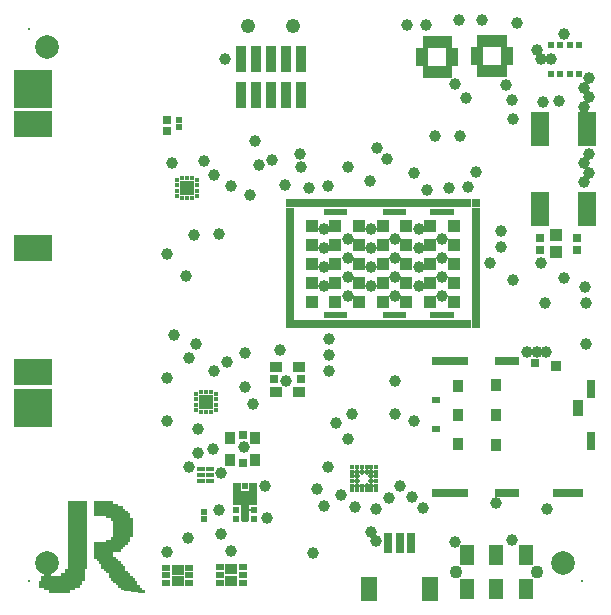
<source format=gbr>
%TF.GenerationSoftware,Altium Limited,Altium Designer,20.1.11 (218)*%
G04 Layer_Color=8388736*
%FSLAX45Y45*%
%MOMM*%
%TF.SameCoordinates,A720D921-2E1A-4B1E-B03F-C1F3B01285F1*%
%TF.FilePolarity,Negative*%
%TF.FileFunction,Soldermask,Top*%
%TF.Part,Single*%
G01*
G75*
%TA.AperFunction,SMDPad,CuDef*%
%ADD13C,2.00000*%
%ADD91R,0.50320X0.47320*%
%ADD93R,0.70320X0.80320*%
%ADD98R,0.75320X0.80320*%
%TA.AperFunction,ComponentPad*%
%ADD101C,1.10320*%
%TA.AperFunction,WasherPad*%
%ADD102C,0.10040*%
%ADD103C,0.20320*%
%TA.AperFunction,ComponentPad*%
%ADD104C,1.22320*%
%TA.AperFunction,ViaPad*%
%ADD105C,1.00320*%
%ADD106C,0.70320*%
%ADD107C,0.50320*%
%ADD108C,0.50400*%
%TA.AperFunction,NonConductor*%
%ADD141R,1.20000X1.23800*%
%ADD142R,0.64999X1.88803*%
%ADD143R,0.73005X2.58003*%
%ADD144R,0.47503X0.23002*%
%ADD145R,0.65004X1.88803*%
%TA.AperFunction,BGAPad,CuDef*%
%ADD146R,0.60320X0.60320*%
%TA.AperFunction,ConnectorPad*%
%ADD147R,1.20320X1.80320*%
%TA.AperFunction,BGAPad,CuDef*%
%ADD148R,0.55320X0.55320*%
%ADD149R,1.00320X1.00320*%
%TA.AperFunction,SMDPad,CuDef*%
%ADD150R,0.50320X0.74320*%
%ADD151R,0.74320X0.74320*%
%ADD152R,0.74320X0.50320*%
%TA.AperFunction,BGAPad,CuDef*%
%ADD153R,0.50320X0.50320*%
%TA.AperFunction,SMDPad,CuDef*%
%ADD154R,3.10320X0.65320*%
%ADD155R,2.10320X0.65320*%
%ADD156R,2.60320X0.65320*%
%ADD157R,0.85320X1.40320*%
%ADD158R,0.70320X1.60320*%
%ADD159R,0.90320X0.95320*%
%ADD160R,0.80320X0.80320*%
%ADD161R,0.80320X0.50320*%
%ADD162R,0.90320X1.10320*%
%TA.AperFunction,BGAPad,CuDef*%
%ADD163C,0.41320*%
%TA.AperFunction,SMDPad,CuDef*%
%ADD164R,1.40320X2.00320*%
%ADD165R,0.80320X1.75320*%
%ADD166R,0.78320X0.70320*%
%ADD167R,1.00320X0.95320*%
%ADD168R,1.60320X2.95320*%
%ADD169R,1.59320X2.95320*%
%ADD170R,1.00320X1.00320*%
%ADD171R,1.00320X0.50320*%
%ADD172R,0.50320X1.12820*%
%ADD173R,0.72820X0.45320*%
%ADD174R,0.70320X0.78320*%
%ADD175R,0.95320X1.00320*%
%ADD176R,1.20320X1.20320*%
%ADD177R,0.45320X0.43320*%
%ADD178R,0.43320X0.45320*%
%ADD179R,3.20320X3.20320*%
%ADD180R,3.20320X2.20320*%
%ADD181R,0.75320X0.62320*%
%ADD182R,1.12320X0.91320*%
%TA.AperFunction,ConnectorPad*%
%ADD183R,0.96320X2.23320*%
G36*
X652560Y817360D02*
Y797040D01*
Y776720D01*
Y756400D01*
Y736080D01*
Y715760D01*
Y695440D01*
Y675120D01*
Y654800D01*
Y634480D01*
Y614160D01*
Y593840D01*
Y573520D01*
Y553200D01*
Y532880D01*
Y512560D01*
Y492240D01*
Y471920D01*
Y451600D01*
Y431280D01*
Y410960D01*
Y390640D01*
Y370320D01*
Y350000D01*
Y329680D01*
Y309360D01*
Y289040D01*
Y268720D01*
X632240D01*
Y248400D01*
Y228080D01*
Y207760D01*
Y187440D01*
Y167120D01*
X611920D01*
Y146800D01*
Y126480D01*
X591600D01*
Y106160D01*
X550960D01*
Y85840D01*
X510320D01*
Y65520D01*
X327440D01*
Y85840D01*
X286800D01*
Y106160D01*
X246160D01*
Y126480D01*
Y146800D01*
Y167120D01*
X266480D01*
Y187440D01*
Y207760D01*
X286800D01*
Y228080D01*
Y248400D01*
X307120D01*
Y228080D01*
X347760D01*
Y207760D01*
X429040D01*
Y228080D01*
X469680D01*
Y248400D01*
Y268720D01*
X490000D01*
Y289040D01*
Y309360D01*
Y329680D01*
Y350000D01*
Y370320D01*
Y390640D01*
Y410960D01*
Y431280D01*
Y451600D01*
Y471920D01*
Y492240D01*
Y512560D01*
Y532880D01*
Y553200D01*
Y573520D01*
Y593840D01*
Y614160D01*
Y634480D01*
Y654800D01*
Y675120D01*
Y695440D01*
Y715760D01*
Y736080D01*
Y756400D01*
Y776720D01*
Y797040D01*
Y817360D01*
Y837680D01*
X652560D01*
Y817360D01*
D02*
G37*
G36*
X876080D02*
X916720D01*
Y797040D01*
X957360D01*
Y776720D01*
X977680D01*
Y756400D01*
X998000D01*
Y736080D01*
X1018320D01*
Y715760D01*
Y695440D01*
X1038640D01*
Y675120D01*
Y654800D01*
Y634480D01*
Y614160D01*
Y593840D01*
Y573520D01*
Y553200D01*
Y532880D01*
X1018320D01*
Y512560D01*
Y492240D01*
X998000D01*
Y471920D01*
X977680D01*
Y451600D01*
X957360D01*
Y431280D01*
X937040D01*
Y410960D01*
X876080D01*
Y390640D01*
Y370320D01*
X896400D01*
Y350000D01*
X916720D01*
Y329680D01*
X937040D01*
Y309360D01*
X957360D01*
Y289040D01*
X977680D01*
Y268720D01*
Y248400D01*
X998000D01*
Y228080D01*
X1018320D01*
Y207760D01*
X1038640D01*
Y187440D01*
X1058960D01*
Y167120D01*
X1079280D01*
Y146800D01*
Y126480D01*
X1099600D01*
Y106160D01*
X1119920D01*
Y85840D01*
X1140240D01*
Y65520D01*
X1119920D01*
X937040Y85840D01*
Y106160D01*
X916720D01*
Y126480D01*
X896400D01*
Y146800D01*
X876080D01*
Y167120D01*
X855760D01*
Y187440D01*
X835440D01*
Y207760D01*
Y228080D01*
X815120D01*
Y248400D01*
X794800D01*
Y268720D01*
X774480D01*
Y289040D01*
Y309360D01*
X754160D01*
Y329680D01*
X733840D01*
Y350000D01*
X713520D01*
Y370320D01*
Y390640D01*
Y410960D01*
Y431280D01*
Y451600D01*
Y471920D01*
Y492240D01*
X815120D01*
Y512560D01*
X855760D01*
Y532880D01*
X876080D01*
Y553200D01*
Y573520D01*
Y593840D01*
Y614160D01*
Y634480D01*
Y654800D01*
Y675120D01*
X855760D01*
Y695440D01*
X815120D01*
Y715760D01*
X713520D01*
Y736080D01*
Y756400D01*
Y776720D01*
Y797040D01*
Y817360D01*
Y837680D01*
X876080D01*
Y817360D01*
D02*
G37*
D13*
X4685000Y315000D02*
D03*
X315000D02*
D03*
Y4685000D02*
D03*
D91*
X1640000Y690000D02*
D03*
Y746997D02*
D03*
X1430006Y4011493D02*
D03*
Y4068491D02*
D03*
D93*
X1330001Y3970002D02*
D03*
Y4070002D02*
D03*
D98*
X4800003Y2970000D02*
D03*
Y3070000D02*
D03*
X4490000Y2969999D02*
D03*
Y3069999D02*
D03*
D101*
X4459999Y240002D02*
D03*
X3780000D02*
D03*
D102*
X4840000Y4840000D02*
D03*
D103*
X160000Y160000D02*
D03*
Y4840000D02*
D03*
X4840000Y160000D02*
D03*
D104*
X2020000Y4860000D02*
D03*
X2401000D02*
D03*
D105*
X1329126Y409126D02*
D03*
X4200000Y4360000D02*
D03*
X4900009Y4420008D02*
D03*
Y4260008D02*
D03*
X4860009Y3700007D02*
D03*
X3660007Y3060007D02*
D03*
X3460007Y3140007D02*
D03*
Y2660006D02*
D03*
X3060007Y580004D02*
D03*
X3100006Y500004D02*
D03*
X2860006Y2740006D02*
D03*
X2340006Y1860005D02*
D03*
X4900009Y3620007D02*
D03*
X4860009Y4340008D02*
D03*
Y3540007D02*
D03*
X4500008Y4580008D02*
D03*
X4540008Y2100005D02*
D03*
X4460008D02*
D03*
X4380008D02*
D03*
X3660007Y2900006D02*
D03*
X3260007Y3060007D02*
D03*
X3060007Y2980006D02*
D03*
Y2820006D02*
D03*
X3660007Y2740006D02*
D03*
Y2580006D02*
D03*
X3260007Y2740006D02*
D03*
X3060007Y2660006D02*
D03*
X2860006Y2900006D02*
D03*
X2660006Y2660006D02*
D03*
X4249999Y4239999D02*
D03*
X4257934Y4075866D02*
D03*
X3770000Y4370000D02*
D03*
X4900009Y3780007D02*
D03*
X4860009Y4180008D02*
D03*
X3460007Y2980006D02*
D03*
Y2820006D02*
D03*
X3260007Y2900006D02*
D03*
X2860006Y2580006D02*
D03*
X3860000Y4250000D02*
D03*
X4580008Y4580008D02*
D03*
X4460008Y4660008D02*
D03*
X2860006Y3060007D02*
D03*
X2660006Y2980006D02*
D03*
X4510000Y4220000D02*
D03*
X4650000Y4230000D02*
D03*
X4260000Y2710000D02*
D03*
X4158000Y3129377D02*
D03*
Y2990000D02*
D03*
X1580076Y2170000D02*
D03*
X1330000Y1884139D02*
D03*
Y2930000D02*
D03*
X1390000Y2250000D02*
D03*
X1490000Y2750000D02*
D03*
X4689600Y4794600D02*
D03*
X3259999Y1859999D02*
D03*
X3420000Y1520000D02*
D03*
X3260000Y1580000D02*
D03*
X1840400Y2020000D02*
D03*
X1730400Y1940000D02*
D03*
X1991665Y2090000D02*
D03*
X2060000Y1660000D02*
D03*
X2290000Y2120000D02*
D03*
X1520000Y2050000D02*
D03*
X3500000Y780000D02*
D03*
X4120000Y820000D02*
D03*
X3770000Y490000D02*
D03*
X3810000Y3929600D02*
D03*
X3110000Y3830000D02*
D03*
X4880000Y2520000D02*
D03*
X4064527Y2854213D02*
D03*
X3403692Y873692D02*
D03*
X4550000Y770000D02*
D03*
X4250000Y510000D02*
D03*
X1770000Y761909D02*
D03*
X2158291Y967458D02*
D03*
X2180000Y700000D02*
D03*
X1791091Y1081863D02*
D03*
X2800000Y890000D02*
D03*
X3100000Y770000D02*
D03*
X2690000Y1130000D02*
D03*
X2860000Y1370000D02*
D03*
X3950000Y3629600D02*
D03*
X2530000Y3488800D02*
D03*
X3880000Y3499600D02*
D03*
X2660006Y2820006D02*
D03*
X3050000Y3550000D02*
D03*
X2860000Y3670000D02*
D03*
X3720000Y3490000D02*
D03*
X4290000Y4890000D02*
D03*
X3420000Y3620000D02*
D03*
X3190000Y3740400D02*
D03*
X3530000Y3470000D02*
D03*
X2464600Y3665000D02*
D03*
X3600001Y3929998D02*
D03*
X2330000Y3515000D02*
D03*
X2690220Y3509780D02*
D03*
X2219996Y3729993D02*
D03*
X2075000Y3885000D02*
D03*
X4689937Y2730000D02*
D03*
X4869600Y2649998D02*
D03*
X4530000Y2514969D02*
D03*
X2920000Y790000D02*
D03*
X3210400Y870000D02*
D03*
X2460000Y3780000D02*
D03*
X2760000Y1500000D02*
D03*
X2600000Y939998D02*
D03*
X2660000Y800000D02*
D03*
X1990400Y1810000D02*
D03*
X1870000Y3510000D02*
D03*
X1640000Y3719200D02*
D03*
X3260007Y2580006D02*
D03*
X3060007Y3140007D02*
D03*
X2660006D02*
D03*
X1980005Y1300005D02*
D03*
X3360000Y4870000D02*
D03*
X4000000Y4910000D02*
D03*
X3800439Y4909600D02*
D03*
X4495800Y2860000D02*
D03*
X4880000Y2170000D02*
D03*
X2570000Y400000D02*
D03*
X3300000Y970000D02*
D03*
X1520267Y1130330D02*
D03*
X1330000Y1520000D02*
D03*
X1820000Y4580000D02*
D03*
X2900000Y1580000D02*
D03*
X2700000Y2080000D02*
D03*
Y1940000D02*
D03*
Y2210000D02*
D03*
X3524268Y4869600D02*
D03*
X1720000Y1280000D02*
D03*
X1770000Y3100000D02*
D03*
X1559600Y3089600D02*
D03*
X2110001Y3690000D02*
D03*
X2030000Y3430000D02*
D03*
X1730000Y3600000D02*
D03*
X1589606Y1450000D02*
D03*
X1870000Y420000D02*
D03*
X1790000Y560000D02*
D03*
X1510000Y530000D02*
D03*
X1590000Y1250000D02*
D03*
X1370000Y3700000D02*
D03*
D106*
X1660006Y1679993D02*
D03*
X1500000Y3490000D02*
D03*
D107*
X3060000Y970000D02*
D03*
Y1050000D02*
D03*
Y1010000D02*
D03*
X3060002Y1090002D02*
D03*
X3020000Y1090000D02*
D03*
X2940003Y1090002D02*
D03*
X2980000Y1090000D02*
D03*
X2940003Y1010002D02*
D03*
X2940000Y1050000D02*
D03*
X3020000Y970000D02*
D03*
D108*
X2940000D02*
D03*
D141*
X1990002Y864656D02*
D03*
D142*
X2058989Y897094D02*
D03*
D143*
X1990048Y797485D02*
D03*
D144*
X2043749Y761702D02*
D03*
D145*
X1920990Y897097D02*
D03*
D146*
X4820000Y4699998D02*
D03*
X4740000D02*
D03*
X4660001D02*
D03*
X4580001D02*
D03*
Y4459999D02*
D03*
X4660001D02*
D03*
X4740000D02*
D03*
X4820000D02*
D03*
D147*
X4370002Y100002D02*
D03*
X3869998D02*
D03*
X4120000D02*
D03*
Y380002D02*
D03*
X3869998D02*
D03*
X4370002D02*
D03*
D148*
X1989996Y692463D02*
D03*
Y967458D02*
D03*
X2067491Y692463D02*
D03*
Y761662D02*
D03*
Y900062D02*
D03*
Y830862D02*
D03*
Y967458D02*
D03*
X1912495D02*
D03*
Y830862D02*
D03*
Y900062D02*
D03*
Y761662D02*
D03*
Y692463D02*
D03*
D149*
X3757003Y2529996D02*
D03*
Y2689996D02*
D03*
Y3010000D02*
D03*
Y2850001D02*
D03*
Y3170000D02*
D03*
X3557003D02*
D03*
Y2850001D02*
D03*
Y3010000D02*
D03*
Y2689996D02*
D03*
Y2529996D02*
D03*
X3357003D02*
D03*
Y2689996D02*
D03*
Y3010000D02*
D03*
Y2850001D02*
D03*
Y3170000D02*
D03*
X2957004Y2529996D02*
D03*
Y2689996D02*
D03*
Y3010000D02*
D03*
Y2850001D02*
D03*
Y3170000D02*
D03*
X3157004Y2529996D02*
D03*
Y2689996D02*
D03*
Y3010000D02*
D03*
Y2850001D02*
D03*
Y3170000D02*
D03*
X2757005Y2529996D02*
D03*
Y2689996D02*
D03*
Y3010000D02*
D03*
Y2850001D02*
D03*
Y3170000D02*
D03*
X2557000Y2689996D02*
D03*
Y3010000D02*
D03*
Y2850001D02*
D03*
Y3170000D02*
D03*
Y2529996D02*
D03*
D150*
X3882001Y2337998D02*
D03*
X3832004D02*
D03*
X3782001D02*
D03*
X3732004D02*
D03*
X3682002D02*
D03*
X3632004D02*
D03*
X3582002D02*
D03*
X3532004D02*
D03*
X3482002D02*
D03*
X3432005D02*
D03*
X3382002D02*
D03*
X3332005D02*
D03*
X3282002D02*
D03*
X3232005D02*
D03*
X3182003D02*
D03*
X3132000D02*
D03*
X3082003D02*
D03*
X3032000D02*
D03*
X2982003D02*
D03*
X2932000D02*
D03*
X2882003D02*
D03*
X2832001D02*
D03*
X2782003D02*
D03*
X2732001D02*
D03*
X2682004D02*
D03*
X2632001D02*
D03*
X2582004D02*
D03*
X2532001D02*
D03*
X2482004D02*
D03*
X2432001D02*
D03*
X2482004Y3361999D02*
D03*
X2532006D02*
D03*
X2582004D02*
D03*
X2632006D02*
D03*
X2682004D02*
D03*
X2732006D02*
D03*
X2782003D02*
D03*
X2832006D02*
D03*
X2882003D02*
D03*
X2932006D02*
D03*
X2982003D02*
D03*
X3032005D02*
D03*
X3082003D02*
D03*
X3132005D02*
D03*
X3182003D02*
D03*
X3232005D02*
D03*
X3282007D02*
D03*
X3332005D02*
D03*
X3382007D02*
D03*
X3432005D02*
D03*
X3482007D02*
D03*
X3532004D02*
D03*
X3582007D02*
D03*
X3632004D02*
D03*
X3682007D02*
D03*
X3732004D02*
D03*
X3782006D02*
D03*
X3832004D02*
D03*
X3882006D02*
D03*
X2432007D02*
D03*
D151*
X3944003Y2337998D02*
D03*
X2370000D02*
D03*
X3944003Y3361999D02*
D03*
X2370000D02*
D03*
D152*
Y2399999D02*
D03*
Y2449996D02*
D03*
Y2499999D02*
D03*
Y2549996D02*
D03*
Y2599999D02*
D03*
Y2649996D02*
D03*
Y2699998D02*
D03*
Y2749996D02*
D03*
Y2799998D02*
D03*
Y2850001D02*
D03*
Y2899998D02*
D03*
Y3000003D02*
D03*
Y3050000D02*
D03*
Y3100003D02*
D03*
Y3150000D02*
D03*
Y3200002D02*
D03*
Y3250000D02*
D03*
Y3300002D02*
D03*
X3944003Y3249995D02*
D03*
Y3199997D02*
D03*
Y3149995D02*
D03*
Y3099998D02*
D03*
Y3049995D02*
D03*
Y2999998D02*
D03*
Y2949995D02*
D03*
Y2899998D02*
D03*
Y2849996D02*
D03*
Y2799998D02*
D03*
Y2749996D02*
D03*
Y2699993D02*
D03*
Y2649996D02*
D03*
Y2599994D02*
D03*
Y2549996D02*
D03*
Y2499994D02*
D03*
Y2449996D02*
D03*
Y2399994D02*
D03*
X2370000Y2950000D02*
D03*
X3944003Y3299997D02*
D03*
D153*
X3732004Y2415000D02*
D03*
X3632004D02*
D03*
X3682002D02*
D03*
X3582002D02*
D03*
X3182003D02*
D03*
X3282002D02*
D03*
X3232000D02*
D03*
X3332005D02*
D03*
X2832001D02*
D03*
X2682004D02*
D03*
X2782003D02*
D03*
X2732001D02*
D03*
X3732004Y3284996D02*
D03*
X3632004D02*
D03*
X3682002D02*
D03*
X3582002D02*
D03*
X3182003D02*
D03*
X3282002D02*
D03*
X3232000D02*
D03*
X3332005D02*
D03*
X2832001D02*
D03*
X2682004D02*
D03*
X2782003D02*
D03*
X2732001D02*
D03*
D154*
X3724997Y912502D02*
D03*
Y2030000D02*
D03*
D155*
X4210000Y912502D02*
D03*
Y2030000D02*
D03*
D156*
X4725000Y912502D02*
D03*
D157*
X4812498Y1625500D02*
D03*
D158*
X4919996Y1350499D02*
D03*
Y1790503D02*
D03*
D159*
X4625000Y1980003D02*
D03*
D160*
X4445001Y2007501D02*
D03*
D161*
X3610001Y1448503D02*
D03*
Y1692500D02*
D03*
D162*
X3795000Y1326501D02*
D03*
Y1570499D02*
D03*
Y1814501D02*
D03*
X4111997Y1316499D02*
D03*
Y1570499D02*
D03*
Y1824499D02*
D03*
D163*
X3100002Y930002D02*
D03*
X3060002D02*
D03*
X3020002D02*
D03*
X2980002D02*
D03*
X2940003D02*
D03*
X2900003D02*
D03*
X3100002Y970002D02*
D03*
X3060002D02*
D03*
X3020002D02*
D03*
X2980002D02*
D03*
X2940003D02*
D03*
X2900003D02*
D03*
X3100002Y1010002D02*
D03*
X3060002D02*
D03*
X2940003D02*
D03*
X2900003D02*
D03*
X3100002Y1050002D02*
D03*
X3060002D02*
D03*
X2940003D02*
D03*
X2900003D02*
D03*
X3100002Y1090002D02*
D03*
X3060002D02*
D03*
X3020002D02*
D03*
X2980002D02*
D03*
X2940003D02*
D03*
X2900003D02*
D03*
X3100002Y1130002D02*
D03*
X3060002D02*
D03*
X3020002D02*
D03*
X2980002D02*
D03*
X2940003D02*
D03*
X2900003D02*
D03*
D164*
X3560004Y100000D02*
D03*
X3040000D02*
D03*
D165*
X3299999Y487497D02*
D03*
X3200000D02*
D03*
X3399999D02*
D03*
D166*
X2465998Y1869998D02*
D03*
X2234000D02*
D03*
D167*
X2445002Y1767499D02*
D03*
Y1972502D02*
D03*
X2255000D02*
D03*
Y1767499D02*
D03*
D168*
X4890002Y3987502D02*
D03*
X4490002D02*
D03*
X4890002Y3312502D02*
D03*
D169*
X4490002D02*
D03*
D170*
X4619998Y2945002D02*
D03*
Y3094999D02*
D03*
D171*
X3747502Y4649998D02*
D03*
Y4600001D02*
D03*
Y4549998D02*
D03*
X3492501D02*
D03*
Y4600001D02*
D03*
Y4649998D02*
D03*
X3952502Y4659998D02*
D03*
Y4610001D02*
D03*
Y4559998D02*
D03*
X4207498D02*
D03*
Y4610001D02*
D03*
Y4659998D02*
D03*
D172*
X3719999Y4471248D02*
D03*
X3670001D02*
D03*
X3619999D02*
D03*
X3570001D02*
D03*
X3519999D02*
D03*
Y4728748D02*
D03*
X3570001D02*
D03*
X3619999D02*
D03*
X3670001D02*
D03*
X3719999D02*
D03*
X4180000Y4738748D02*
D03*
X4130002D02*
D03*
X4080000D02*
D03*
X4030002D02*
D03*
X3980000D02*
D03*
Y4481248D02*
D03*
X4030002D02*
D03*
X4080000D02*
D03*
X4130002D02*
D03*
X4180000D02*
D03*
D173*
X1692502Y1010000D02*
D03*
Y1060002D02*
D03*
Y1110000D02*
D03*
X1620000Y1010000D02*
D03*
Y1060002D02*
D03*
Y1110000D02*
D03*
D174*
X1970002Y1396002D02*
D03*
Y1163998D02*
D03*
D175*
X2072501Y1375001D02*
D03*
X1867498D02*
D03*
Y1184999D02*
D03*
X2072501D02*
D03*
D176*
X1500000Y3490000D02*
D03*
X1660006Y1679993D02*
D03*
D177*
X1460000Y3574501D02*
D03*
X1500000D02*
D03*
X1540000D02*
D03*
Y3405499D02*
D03*
X1500000D02*
D03*
X1460000D02*
D03*
X1620006Y1764494D02*
D03*
X1660006D02*
D03*
X1700006D02*
D03*
Y1595493D02*
D03*
X1660006D02*
D03*
X1620006D02*
D03*
D178*
X1584501Y3557503D02*
D03*
Y3512499D02*
D03*
Y3467501D02*
D03*
Y3422502D02*
D03*
X1415499D02*
D03*
Y3467501D02*
D03*
Y3512499D02*
D03*
Y3557503D02*
D03*
X1744507Y1747491D02*
D03*
Y1702493D02*
D03*
Y1657494D02*
D03*
Y1612490D02*
D03*
X1575510D02*
D03*
Y1657494D02*
D03*
Y1702493D02*
D03*
Y1747491D02*
D03*
D179*
X199999Y1630002D02*
D03*
Y4330002D02*
D03*
D180*
Y4030002D02*
D03*
Y1930001D02*
D03*
Y2980002D02*
D03*
D181*
X1325502Y277501D02*
D03*
Y212502D02*
D03*
Y147498D02*
D03*
X1514498D02*
D03*
Y212502D02*
D03*
Y277501D02*
D03*
X1780999Y279997D02*
D03*
Y214999D02*
D03*
Y150000D02*
D03*
X1970000D02*
D03*
Y214999D02*
D03*
Y279997D02*
D03*
D182*
X1420000Y260000D02*
D03*
Y164999D02*
D03*
X1875497Y262497D02*
D03*
Y167501D02*
D03*
D183*
X1956500Y4580498D02*
D03*
X2210500D02*
D03*
X2337500D02*
D03*
X2464500D02*
D03*
X1956500Y4275500D02*
D03*
X2083500D02*
D03*
X2210500D02*
D03*
X2337500D02*
D03*
X2464500D02*
D03*
X2083500Y4580498D02*
D03*
%TF.MD5,be99ec400fecc8fc5c917defe2bb9f7f*%
M02*

</source>
